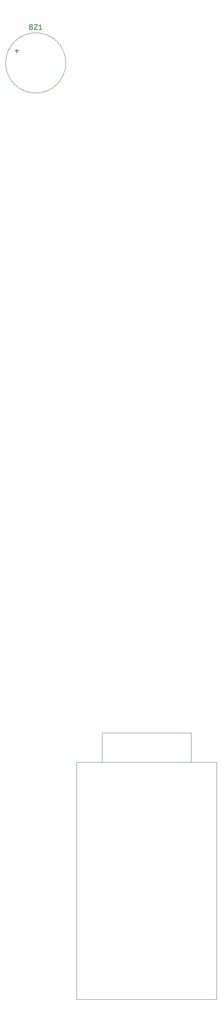
<source format=gbr>
%TF.GenerationSoftware,KiCad,Pcbnew,9.0.6-9.0.6~ubuntu24.04.1*%
%TF.CreationDate,2025-12-05T21:36:50+01:00*%
%TF.ProjectId,pcb,7063622e-6b69-4636-9164-5f7063625858,rev?*%
%TF.SameCoordinates,Original*%
%TF.FileFunction,Legend,Top*%
%TF.FilePolarity,Positive*%
%FSLAX46Y46*%
G04 Gerber Fmt 4.6, Leading zero omitted, Abs format (unit mm)*
G04 Created by KiCad (PCBNEW 9.0.6-9.0.6~ubuntu24.04.1) date 2025-12-05 21:36:50*
%MOMM*%
%LPD*%
G01*
G04 APERTURE LIST*
%ADD10C,0.150000*%
%ADD11C,0.120000*%
G04 APERTURE END LIST*
D10*
X5394047Y993990D02*
X5536904Y946371D01*
X5536904Y946371D02*
X5584523Y898752D01*
X5584523Y898752D02*
X5632142Y803514D01*
X5632142Y803514D02*
X5632142Y660657D01*
X5632142Y660657D02*
X5584523Y565419D01*
X5584523Y565419D02*
X5536904Y517800D01*
X5536904Y517800D02*
X5441666Y470180D01*
X5441666Y470180D02*
X5060714Y470180D01*
X5060714Y470180D02*
X5060714Y1470180D01*
X5060714Y1470180D02*
X5394047Y1470180D01*
X5394047Y1470180D02*
X5489285Y1422561D01*
X5489285Y1422561D02*
X5536904Y1374942D01*
X5536904Y1374942D02*
X5584523Y1279704D01*
X5584523Y1279704D02*
X5584523Y1184466D01*
X5584523Y1184466D02*
X5536904Y1089228D01*
X5536904Y1089228D02*
X5489285Y1041609D01*
X5489285Y1041609D02*
X5394047Y993990D01*
X5394047Y993990D02*
X5060714Y993990D01*
X5965476Y1470180D02*
X6632142Y1470180D01*
X6632142Y1470180D02*
X5965476Y470180D01*
X5965476Y470180D02*
X6632142Y470180D01*
X7536904Y470180D02*
X6965476Y470180D01*
X7251190Y470180D02*
X7251190Y1470180D01*
X7251190Y1470180D02*
X7155952Y1327323D01*
X7155952Y1327323D02*
X7060714Y1232085D01*
X7060714Y1232085D02*
X6965476Y1184466D01*
X2084048Y-3808866D02*
X2845953Y-3808866D01*
X2465000Y-4189819D02*
X2465000Y-3427914D01*
D11*
%TO.C,BZ1*%
X12375000Y-6275000D02*
G75*
G02*
X175000Y-6275000I-6100000J0D01*
G01*
X175000Y-6275000D02*
G75*
G02*
X12375000Y-6275000I6100000J0D01*
G01*
%TO.C,U1*%
X14500000Y-195500000D02*
X42899999Y-195500000D01*
X14500001Y-147580000D02*
X14500000Y-195500000D01*
X19730120Y-141666880D02*
X37713320Y-141666880D01*
X19730120Y-147559680D02*
X19730120Y-141666880D01*
X37713320Y-141666880D02*
X37713320Y-147559680D01*
X42899999Y-195500000D02*
X42900000Y-147580000D01*
X42900000Y-147580000D02*
X14500001Y-147580000D01*
%TD*%
M02*

</source>
